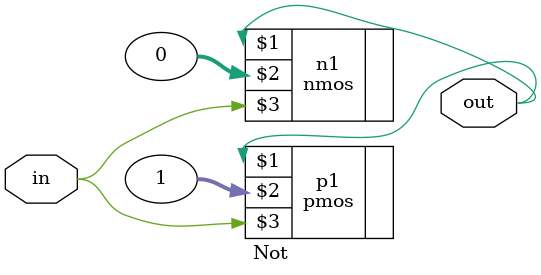
<source format=v>
module Not(in, out);
	output out;
	input in;

	wire out;
	wire in;
	
	nmos n1(out, 0, in);
    pmos p1(out, 1, in);
endmodule

</source>
